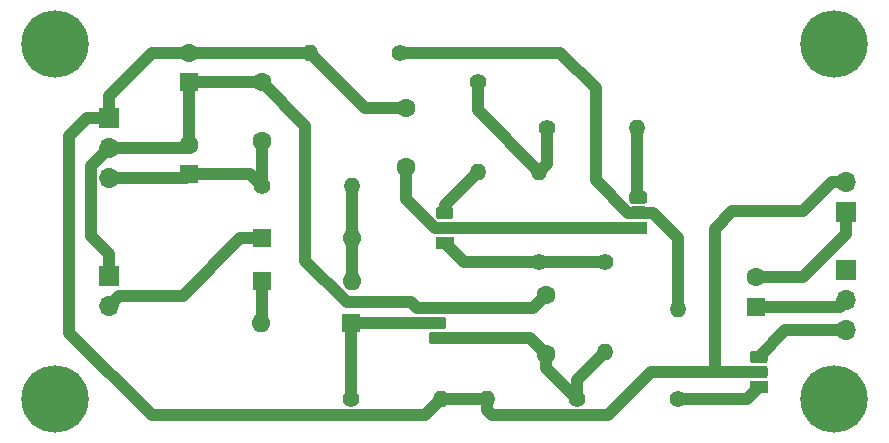
<source format=gbr>
G04 #@! TF.GenerationSoftware,KiCad,Pcbnew,(5.0.0)*
G04 #@! TF.CreationDate,2019-11-29T15:53:21+00:00*
G04 #@! TF.ProjectId,Sound Board,536F756E6420426F6172642E6B696361,rev?*
G04 #@! TF.SameCoordinates,Original*
G04 #@! TF.FileFunction,Copper,L2,Bot,Signal*
G04 #@! TF.FilePolarity,Positive*
%FSLAX46Y46*%
G04 Gerber Fmt 4.6, Leading zero omitted, Abs format (unit mm)*
G04 Created by KiCad (PCBNEW (5.0.0)) date 11/29/19 15:53:21*
%MOMM*%
%LPD*%
G01*
G04 APERTURE LIST*
G04 #@! TA.AperFunction,ComponentPad*
%ADD10C,5.700000*%
G04 #@! TD*
G04 #@! TA.AperFunction,ComponentPad*
%ADD11O,1.600000X1.600000*%
G04 #@! TD*
G04 #@! TA.AperFunction,ComponentPad*
%ADD12R,1.600000X1.600000*%
G04 #@! TD*
G04 #@! TA.AperFunction,ComponentPad*
%ADD13O,1.700000X1.700000*%
G04 #@! TD*
G04 #@! TA.AperFunction,ComponentPad*
%ADD14R,1.700000X1.700000*%
G04 #@! TD*
G04 #@! TA.AperFunction,ComponentPad*
%ADD15C,1.400000*%
G04 #@! TD*
G04 #@! TA.AperFunction,ComponentPad*
%ADD16O,1.400000X1.400000*%
G04 #@! TD*
G04 #@! TA.AperFunction,Conductor*
%ADD17C,0.100000*%
G04 #@! TD*
G04 #@! TA.AperFunction,ComponentPad*
%ADD18C,1.050000*%
G04 #@! TD*
G04 #@! TA.AperFunction,ComponentPad*
%ADD19R,1.500000X1.050000*%
G04 #@! TD*
G04 #@! TA.AperFunction,ComponentPad*
%ADD20C,1.600000*%
G04 #@! TD*
G04 #@! TA.AperFunction,Conductor*
%ADD21C,1.000000*%
G04 #@! TD*
G04 APERTURE END LIST*
D10*
G04 #@! TO.P,H1,1*
G04 #@! TO.N,N/C*
X165000000Y-85000000D03*
G04 #@! TD*
G04 #@! TO.P,H2,1*
G04 #@! TO.N,N/C*
X99000000Y-85000000D03*
G04 #@! TD*
G04 #@! TO.P,H3,1*
G04 #@! TO.N,N/C*
X99000000Y-115000000D03*
G04 #@! TD*
G04 #@! TO.P,H4,1*
G04 #@! TO.N,N/C*
X165000000Y-115000000D03*
G04 #@! TD*
D11*
G04 #@! TO.P,D1,2*
G04 #@! TO.N,Net-(D1-Pad2)*
X124120000Y-101400000D03*
D12*
G04 #@! TO.P,D1,1*
G04 #@! TO.N,AudioIn*
X116500000Y-101400000D03*
G04 #@! TD*
G04 #@! TO.P,D2,1*
G04 #@! TO.N,Net-(D2-Pad1)*
X116500000Y-105000000D03*
D11*
G04 #@! TO.P,D2,2*
G04 #@! TO.N,Net-(D1-Pad2)*
X124120000Y-105000000D03*
G04 #@! TD*
G04 #@! TO.P,D3,2*
G04 #@! TO.N,Net-(D2-Pad1)*
X116480000Y-108600000D03*
D12*
G04 #@! TO.P,D3,1*
G04 #@! TO.N,Net-(D3-Pad1)*
X124100000Y-108600000D03*
G04 #@! TD*
D13*
G04 #@! TO.P,J1,2*
G04 #@! TO.N,AudioIn*
X103600000Y-107140000D03*
D14*
G04 #@! TO.P,J1,1*
G04 #@! TO.N,0v*
X103600000Y-104600000D03*
G04 #@! TD*
G04 #@! TO.P,LS1,1*
G04 #@! TO.N,Net-(C3-Pad2)*
X166000000Y-99200000D03*
D13*
G04 #@! TO.P,LS1,2*
G04 #@! TO.N,-6v*
X166000000Y-96660000D03*
G04 #@! TD*
D15*
G04 #@! TO.P,R10,1*
G04 #@! TO.N,+6v*
X116500000Y-97000000D03*
D16*
G04 #@! TO.P,R10,2*
G04 #@! TO.N,Net-(D1-Pad2)*
X124120000Y-97000000D03*
G04 #@! TD*
G04 #@! TO.P,R11,2*
G04 #@! TO.N,-6v*
X131720000Y-115000000D03*
D15*
G04 #@! TO.P,R11,1*
G04 #@! TO.N,Net-(D3-Pad1)*
X124100000Y-115000000D03*
G04 #@! TD*
D16*
G04 #@! TO.P,R12,2*
G04 #@! TO.N,+6v*
X140000000Y-95780000D03*
D15*
G04 #@! TO.P,R12,1*
G04 #@! TO.N,Net-(R12-Pad1)*
X140000000Y-103400000D03*
G04 #@! TD*
G04 #@! TO.P,R13,1*
G04 #@! TO.N,Net-(R12-Pad1)*
X145600000Y-103400000D03*
D16*
G04 #@! TO.P,R13,2*
G04 #@! TO.N,Net-(C1-Pad1)*
X145600000Y-111020000D03*
G04 #@! TD*
G04 #@! TO.P,R14,2*
G04 #@! TO.N,-6v*
X135580000Y-115000000D03*
D15*
G04 #@! TO.P,R14,1*
G04 #@! TO.N,Net-(C1-Pad1)*
X143200000Y-115000000D03*
G04 #@! TD*
G04 #@! TO.P,R15,1*
G04 #@! TO.N,+6v*
X134800000Y-88200000D03*
D16*
G04 #@! TO.P,R15,2*
G04 #@! TO.N,Net-(R15-Pad2)*
X134800000Y-95820000D03*
G04 #@! TD*
D15*
G04 #@! TO.P,R16,1*
G04 #@! TO.N,+6v*
X140700000Y-92100000D03*
D16*
G04 #@! TO.P,R16,2*
G04 #@! TO.N,Net-(R16-Pad2)*
X148320000Y-92100000D03*
G04 #@! TD*
G04 #@! TO.P,R17,2*
G04 #@! TO.N,-6v*
X120580000Y-85700000D03*
D15*
G04 #@! TO.P,R17,1*
G04 #@! TO.N,Net-(R17-Pad1)*
X128200000Y-85700000D03*
G04 #@! TD*
D16*
G04 #@! TO.P,R18,2*
G04 #@! TO.N,Net-(R17-Pad1)*
X151800000Y-107380000D03*
D15*
G04 #@! TO.P,R18,1*
G04 #@! TO.N,Net-(R18-Pad1)*
X151800000Y-115000000D03*
G04 #@! TD*
D17*
G04 #@! TO.N,Net-(D3-Pad1)*
G04 #@! TO.C,VT3*
G36*
X131913229Y-108046264D02*
X131938711Y-108050044D01*
X131963700Y-108056303D01*
X131987954Y-108064982D01*
X132011242Y-108075996D01*
X132033337Y-108089239D01*
X132054028Y-108104585D01*
X132073116Y-108121884D01*
X132090415Y-108140972D01*
X132105761Y-108161663D01*
X132119004Y-108183758D01*
X132130018Y-108207046D01*
X132138697Y-108231300D01*
X132144956Y-108256289D01*
X132148736Y-108281771D01*
X132150000Y-108307500D01*
X132150000Y-108832500D01*
X132148736Y-108858229D01*
X132144956Y-108883711D01*
X132138697Y-108908700D01*
X132130018Y-108932954D01*
X132119004Y-108956242D01*
X132105761Y-108978337D01*
X132090415Y-108999028D01*
X132073116Y-109018116D01*
X132054028Y-109035415D01*
X132033337Y-109050761D01*
X132011242Y-109064004D01*
X131987954Y-109075018D01*
X131963700Y-109083697D01*
X131938711Y-109089956D01*
X131913229Y-109093736D01*
X131887500Y-109095000D01*
X130912500Y-109095000D01*
X130886771Y-109093736D01*
X130861289Y-109089956D01*
X130836300Y-109083697D01*
X130812046Y-109075018D01*
X130788758Y-109064004D01*
X130766663Y-109050761D01*
X130745972Y-109035415D01*
X130726884Y-109018116D01*
X130709585Y-108999028D01*
X130694239Y-108978337D01*
X130680996Y-108956242D01*
X130669982Y-108932954D01*
X130661303Y-108908700D01*
X130655044Y-108883711D01*
X130651264Y-108858229D01*
X130650000Y-108832500D01*
X130650000Y-108307500D01*
X130651264Y-108281771D01*
X130655044Y-108256289D01*
X130661303Y-108231300D01*
X130669982Y-108207046D01*
X130680996Y-108183758D01*
X130694239Y-108161663D01*
X130709585Y-108140972D01*
X130726884Y-108121884D01*
X130745972Y-108104585D01*
X130766663Y-108089239D01*
X130788758Y-108075996D01*
X130812046Y-108064982D01*
X130836300Y-108056303D01*
X130861289Y-108050044D01*
X130886771Y-108046264D01*
X130912500Y-108045000D01*
X131887500Y-108045000D01*
X131913229Y-108046264D01*
X131913229Y-108046264D01*
G37*
D18*
G04 #@! TD*
G04 #@! TO.P,VT3,2*
G04 #@! TO.N,Net-(D3-Pad1)*
X131400000Y-108570000D03*
D17*
G04 #@! TO.N,Net-(C1-Pad1)*
G04 #@! TO.C,VT3*
G36*
X131913229Y-109316264D02*
X131938711Y-109320044D01*
X131963700Y-109326303D01*
X131987954Y-109334982D01*
X132011242Y-109345996D01*
X132033337Y-109359239D01*
X132054028Y-109374585D01*
X132073116Y-109391884D01*
X132090415Y-109410972D01*
X132105761Y-109431663D01*
X132119004Y-109453758D01*
X132130018Y-109477046D01*
X132138697Y-109501300D01*
X132144956Y-109526289D01*
X132148736Y-109551771D01*
X132150000Y-109577500D01*
X132150000Y-110102500D01*
X132148736Y-110128229D01*
X132144956Y-110153711D01*
X132138697Y-110178700D01*
X132130018Y-110202954D01*
X132119004Y-110226242D01*
X132105761Y-110248337D01*
X132090415Y-110269028D01*
X132073116Y-110288116D01*
X132054028Y-110305415D01*
X132033337Y-110320761D01*
X132011242Y-110334004D01*
X131987954Y-110345018D01*
X131963700Y-110353697D01*
X131938711Y-110359956D01*
X131913229Y-110363736D01*
X131887500Y-110365000D01*
X130912500Y-110365000D01*
X130886771Y-110363736D01*
X130861289Y-110359956D01*
X130836300Y-110353697D01*
X130812046Y-110345018D01*
X130788758Y-110334004D01*
X130766663Y-110320761D01*
X130745972Y-110305415D01*
X130726884Y-110288116D01*
X130709585Y-110269028D01*
X130694239Y-110248337D01*
X130680996Y-110226242D01*
X130669982Y-110202954D01*
X130661303Y-110178700D01*
X130655044Y-110153711D01*
X130651264Y-110128229D01*
X130650000Y-110102500D01*
X130650000Y-109577500D01*
X130651264Y-109551771D01*
X130655044Y-109526289D01*
X130661303Y-109501300D01*
X130669982Y-109477046D01*
X130680996Y-109453758D01*
X130694239Y-109431663D01*
X130709585Y-109410972D01*
X130726884Y-109391884D01*
X130745972Y-109374585D01*
X130766663Y-109359239D01*
X130788758Y-109345996D01*
X130812046Y-109334982D01*
X130836300Y-109326303D01*
X130861289Y-109320044D01*
X130886771Y-109316264D01*
X130912500Y-109315000D01*
X131887500Y-109315000D01*
X131913229Y-109316264D01*
X131913229Y-109316264D01*
G37*
D18*
G04 #@! TD*
G04 #@! TO.P,VT3,3*
G04 #@! TO.N,Net-(C1-Pad1)*
X131400000Y-109840000D03*
D19*
G04 #@! TO.P,VT3,1*
G04 #@! TO.N,0v*
X131400000Y-107300000D03*
G04 #@! TD*
D17*
G04 #@! TO.N,Net-(C2-Pad1)*
G04 #@! TO.C,VT4*
G36*
X132513229Y-100006264D02*
X132538711Y-100010044D01*
X132563700Y-100016303D01*
X132587954Y-100024982D01*
X132611242Y-100035996D01*
X132633337Y-100049239D01*
X132654028Y-100064585D01*
X132673116Y-100081884D01*
X132690415Y-100100972D01*
X132705761Y-100121663D01*
X132719004Y-100143758D01*
X132730018Y-100167046D01*
X132738697Y-100191300D01*
X132744956Y-100216289D01*
X132748736Y-100241771D01*
X132750000Y-100267500D01*
X132750000Y-100792500D01*
X132748736Y-100818229D01*
X132744956Y-100843711D01*
X132738697Y-100868700D01*
X132730018Y-100892954D01*
X132719004Y-100916242D01*
X132705761Y-100938337D01*
X132690415Y-100959028D01*
X132673116Y-100978116D01*
X132654028Y-100995415D01*
X132633337Y-101010761D01*
X132611242Y-101024004D01*
X132587954Y-101035018D01*
X132563700Y-101043697D01*
X132538711Y-101049956D01*
X132513229Y-101053736D01*
X132487500Y-101055000D01*
X131512500Y-101055000D01*
X131486771Y-101053736D01*
X131461289Y-101049956D01*
X131436300Y-101043697D01*
X131412046Y-101035018D01*
X131388758Y-101024004D01*
X131366663Y-101010761D01*
X131345972Y-100995415D01*
X131326884Y-100978116D01*
X131309585Y-100959028D01*
X131294239Y-100938337D01*
X131280996Y-100916242D01*
X131269982Y-100892954D01*
X131261303Y-100868700D01*
X131255044Y-100843711D01*
X131251264Y-100818229D01*
X131250000Y-100792500D01*
X131250000Y-100267500D01*
X131251264Y-100241771D01*
X131255044Y-100216289D01*
X131261303Y-100191300D01*
X131269982Y-100167046D01*
X131280996Y-100143758D01*
X131294239Y-100121663D01*
X131309585Y-100100972D01*
X131326884Y-100081884D01*
X131345972Y-100064585D01*
X131366663Y-100049239D01*
X131388758Y-100035996D01*
X131412046Y-100024982D01*
X131436300Y-100016303D01*
X131461289Y-100010044D01*
X131486771Y-100006264D01*
X131512500Y-100005000D01*
X132487500Y-100005000D01*
X132513229Y-100006264D01*
X132513229Y-100006264D01*
G37*
D18*
G04 #@! TD*
G04 #@! TO.P,VT4,2*
G04 #@! TO.N,Net-(C2-Pad1)*
X132000000Y-100530000D03*
D17*
G04 #@! TO.N,Net-(R15-Pad2)*
G04 #@! TO.C,VT4*
G36*
X132513229Y-98736264D02*
X132538711Y-98740044D01*
X132563700Y-98746303D01*
X132587954Y-98754982D01*
X132611242Y-98765996D01*
X132633337Y-98779239D01*
X132654028Y-98794585D01*
X132673116Y-98811884D01*
X132690415Y-98830972D01*
X132705761Y-98851663D01*
X132719004Y-98873758D01*
X132730018Y-98897046D01*
X132738697Y-98921300D01*
X132744956Y-98946289D01*
X132748736Y-98971771D01*
X132750000Y-98997500D01*
X132750000Y-99522500D01*
X132748736Y-99548229D01*
X132744956Y-99573711D01*
X132738697Y-99598700D01*
X132730018Y-99622954D01*
X132719004Y-99646242D01*
X132705761Y-99668337D01*
X132690415Y-99689028D01*
X132673116Y-99708116D01*
X132654028Y-99725415D01*
X132633337Y-99740761D01*
X132611242Y-99754004D01*
X132587954Y-99765018D01*
X132563700Y-99773697D01*
X132538711Y-99779956D01*
X132513229Y-99783736D01*
X132487500Y-99785000D01*
X131512500Y-99785000D01*
X131486771Y-99783736D01*
X131461289Y-99779956D01*
X131436300Y-99773697D01*
X131412046Y-99765018D01*
X131388758Y-99754004D01*
X131366663Y-99740761D01*
X131345972Y-99725415D01*
X131326884Y-99708116D01*
X131309585Y-99689028D01*
X131294239Y-99668337D01*
X131280996Y-99646242D01*
X131269982Y-99622954D01*
X131261303Y-99598700D01*
X131255044Y-99573711D01*
X131251264Y-99548229D01*
X131250000Y-99522500D01*
X131250000Y-98997500D01*
X131251264Y-98971771D01*
X131255044Y-98946289D01*
X131261303Y-98921300D01*
X131269982Y-98897046D01*
X131280996Y-98873758D01*
X131294239Y-98851663D01*
X131309585Y-98830972D01*
X131326884Y-98811884D01*
X131345972Y-98794585D01*
X131366663Y-98779239D01*
X131388758Y-98765996D01*
X131412046Y-98754982D01*
X131436300Y-98746303D01*
X131461289Y-98740044D01*
X131486771Y-98736264D01*
X131512500Y-98735000D01*
X132487500Y-98735000D01*
X132513229Y-98736264D01*
X132513229Y-98736264D01*
G37*
D18*
G04 #@! TD*
G04 #@! TO.P,VT4,3*
G04 #@! TO.N,Net-(R15-Pad2)*
X132000000Y-99260000D03*
D19*
G04 #@! TO.P,VT4,1*
G04 #@! TO.N,Net-(R12-Pad1)*
X132000000Y-101800000D03*
G04 #@! TD*
G04 #@! TO.P,VT5,1*
G04 #@! TO.N,Net-(C2-Pad1)*
X148400000Y-100500000D03*
D17*
G04 #@! TD*
G04 #@! TO.N,Net-(R16-Pad2)*
G04 #@! TO.C,VT5*
G36*
X148913229Y-97436264D02*
X148938711Y-97440044D01*
X148963700Y-97446303D01*
X148987954Y-97454982D01*
X149011242Y-97465996D01*
X149033337Y-97479239D01*
X149054028Y-97494585D01*
X149073116Y-97511884D01*
X149090415Y-97530972D01*
X149105761Y-97551663D01*
X149119004Y-97573758D01*
X149130018Y-97597046D01*
X149138697Y-97621300D01*
X149144956Y-97646289D01*
X149148736Y-97671771D01*
X149150000Y-97697500D01*
X149150000Y-98222500D01*
X149148736Y-98248229D01*
X149144956Y-98273711D01*
X149138697Y-98298700D01*
X149130018Y-98322954D01*
X149119004Y-98346242D01*
X149105761Y-98368337D01*
X149090415Y-98389028D01*
X149073116Y-98408116D01*
X149054028Y-98425415D01*
X149033337Y-98440761D01*
X149011242Y-98454004D01*
X148987954Y-98465018D01*
X148963700Y-98473697D01*
X148938711Y-98479956D01*
X148913229Y-98483736D01*
X148887500Y-98485000D01*
X147912500Y-98485000D01*
X147886771Y-98483736D01*
X147861289Y-98479956D01*
X147836300Y-98473697D01*
X147812046Y-98465018D01*
X147788758Y-98454004D01*
X147766663Y-98440761D01*
X147745972Y-98425415D01*
X147726884Y-98408116D01*
X147709585Y-98389028D01*
X147694239Y-98368337D01*
X147680996Y-98346242D01*
X147669982Y-98322954D01*
X147661303Y-98298700D01*
X147655044Y-98273711D01*
X147651264Y-98248229D01*
X147650000Y-98222500D01*
X147650000Y-97697500D01*
X147651264Y-97671771D01*
X147655044Y-97646289D01*
X147661303Y-97621300D01*
X147669982Y-97597046D01*
X147680996Y-97573758D01*
X147694239Y-97551663D01*
X147709585Y-97530972D01*
X147726884Y-97511884D01*
X147745972Y-97494585D01*
X147766663Y-97479239D01*
X147788758Y-97465996D01*
X147812046Y-97454982D01*
X147836300Y-97446303D01*
X147861289Y-97440044D01*
X147886771Y-97436264D01*
X147912500Y-97435000D01*
X148887500Y-97435000D01*
X148913229Y-97436264D01*
X148913229Y-97436264D01*
G37*
D18*
G04 #@! TO.P,VT5,3*
G04 #@! TO.N,Net-(R16-Pad2)*
X148400000Y-97960000D03*
D17*
G04 #@! TD*
G04 #@! TO.N,Net-(R17-Pad1)*
G04 #@! TO.C,VT5*
G36*
X148913229Y-98706264D02*
X148938711Y-98710044D01*
X148963700Y-98716303D01*
X148987954Y-98724982D01*
X149011242Y-98735996D01*
X149033337Y-98749239D01*
X149054028Y-98764585D01*
X149073116Y-98781884D01*
X149090415Y-98800972D01*
X149105761Y-98821663D01*
X149119004Y-98843758D01*
X149130018Y-98867046D01*
X149138697Y-98891300D01*
X149144956Y-98916289D01*
X149148736Y-98941771D01*
X149150000Y-98967500D01*
X149150000Y-99492500D01*
X149148736Y-99518229D01*
X149144956Y-99543711D01*
X149138697Y-99568700D01*
X149130018Y-99592954D01*
X149119004Y-99616242D01*
X149105761Y-99638337D01*
X149090415Y-99659028D01*
X149073116Y-99678116D01*
X149054028Y-99695415D01*
X149033337Y-99710761D01*
X149011242Y-99724004D01*
X148987954Y-99735018D01*
X148963700Y-99743697D01*
X148938711Y-99749956D01*
X148913229Y-99753736D01*
X148887500Y-99755000D01*
X147912500Y-99755000D01*
X147886771Y-99753736D01*
X147861289Y-99749956D01*
X147836300Y-99743697D01*
X147812046Y-99735018D01*
X147788758Y-99724004D01*
X147766663Y-99710761D01*
X147745972Y-99695415D01*
X147726884Y-99678116D01*
X147709585Y-99659028D01*
X147694239Y-99638337D01*
X147680996Y-99616242D01*
X147669982Y-99592954D01*
X147661303Y-99568700D01*
X147655044Y-99543711D01*
X147651264Y-99518229D01*
X147650000Y-99492500D01*
X147650000Y-98967500D01*
X147651264Y-98941771D01*
X147655044Y-98916289D01*
X147661303Y-98891300D01*
X147669982Y-98867046D01*
X147680996Y-98843758D01*
X147694239Y-98821663D01*
X147709585Y-98800972D01*
X147726884Y-98781884D01*
X147745972Y-98764585D01*
X147766663Y-98749239D01*
X147788758Y-98735996D01*
X147812046Y-98724982D01*
X147836300Y-98716303D01*
X147861289Y-98710044D01*
X147886771Y-98706264D01*
X147912500Y-98705000D01*
X148887500Y-98705000D01*
X148913229Y-98706264D01*
X148913229Y-98706264D01*
G37*
D18*
G04 #@! TO.P,VT5,2*
G04 #@! TO.N,Net-(R17-Pad1)*
X148400000Y-99230000D03*
G04 #@! TD*
D19*
G04 #@! TO.P,VT6,1*
G04 #@! TO.N,Net-(R18-Pad1)*
X158600000Y-114000000D03*
D17*
G04 #@! TD*
G04 #@! TO.N,Net-(RV1-Pad3)*
G04 #@! TO.C,VT6*
G36*
X159113229Y-110936264D02*
X159138711Y-110940044D01*
X159163700Y-110946303D01*
X159187954Y-110954982D01*
X159211242Y-110965996D01*
X159233337Y-110979239D01*
X159254028Y-110994585D01*
X159273116Y-111011884D01*
X159290415Y-111030972D01*
X159305761Y-111051663D01*
X159319004Y-111073758D01*
X159330018Y-111097046D01*
X159338697Y-111121300D01*
X159344956Y-111146289D01*
X159348736Y-111171771D01*
X159350000Y-111197500D01*
X159350000Y-111722500D01*
X159348736Y-111748229D01*
X159344956Y-111773711D01*
X159338697Y-111798700D01*
X159330018Y-111822954D01*
X159319004Y-111846242D01*
X159305761Y-111868337D01*
X159290415Y-111889028D01*
X159273116Y-111908116D01*
X159254028Y-111925415D01*
X159233337Y-111940761D01*
X159211242Y-111954004D01*
X159187954Y-111965018D01*
X159163700Y-111973697D01*
X159138711Y-111979956D01*
X159113229Y-111983736D01*
X159087500Y-111985000D01*
X158112500Y-111985000D01*
X158086771Y-111983736D01*
X158061289Y-111979956D01*
X158036300Y-111973697D01*
X158012046Y-111965018D01*
X157988758Y-111954004D01*
X157966663Y-111940761D01*
X157945972Y-111925415D01*
X157926884Y-111908116D01*
X157909585Y-111889028D01*
X157894239Y-111868337D01*
X157880996Y-111846242D01*
X157869982Y-111822954D01*
X157861303Y-111798700D01*
X157855044Y-111773711D01*
X157851264Y-111748229D01*
X157850000Y-111722500D01*
X157850000Y-111197500D01*
X157851264Y-111171771D01*
X157855044Y-111146289D01*
X157861303Y-111121300D01*
X157869982Y-111097046D01*
X157880996Y-111073758D01*
X157894239Y-111051663D01*
X157909585Y-111030972D01*
X157926884Y-111011884D01*
X157945972Y-110994585D01*
X157966663Y-110979239D01*
X157988758Y-110965996D01*
X158012046Y-110954982D01*
X158036300Y-110946303D01*
X158061289Y-110940044D01*
X158086771Y-110936264D01*
X158112500Y-110935000D01*
X159087500Y-110935000D01*
X159113229Y-110936264D01*
X159113229Y-110936264D01*
G37*
D18*
G04 #@! TO.P,VT6,3*
G04 #@! TO.N,Net-(RV1-Pad3)*
X158600000Y-111460000D03*
D17*
G04 #@! TD*
G04 #@! TO.N,-6v*
G04 #@! TO.C,VT6*
G36*
X159113229Y-112206264D02*
X159138711Y-112210044D01*
X159163700Y-112216303D01*
X159187954Y-112224982D01*
X159211242Y-112235996D01*
X159233337Y-112249239D01*
X159254028Y-112264585D01*
X159273116Y-112281884D01*
X159290415Y-112300972D01*
X159305761Y-112321663D01*
X159319004Y-112343758D01*
X159330018Y-112367046D01*
X159338697Y-112391300D01*
X159344956Y-112416289D01*
X159348736Y-112441771D01*
X159350000Y-112467500D01*
X159350000Y-112992500D01*
X159348736Y-113018229D01*
X159344956Y-113043711D01*
X159338697Y-113068700D01*
X159330018Y-113092954D01*
X159319004Y-113116242D01*
X159305761Y-113138337D01*
X159290415Y-113159028D01*
X159273116Y-113178116D01*
X159254028Y-113195415D01*
X159233337Y-113210761D01*
X159211242Y-113224004D01*
X159187954Y-113235018D01*
X159163700Y-113243697D01*
X159138711Y-113249956D01*
X159113229Y-113253736D01*
X159087500Y-113255000D01*
X158112500Y-113255000D01*
X158086771Y-113253736D01*
X158061289Y-113249956D01*
X158036300Y-113243697D01*
X158012046Y-113235018D01*
X157988758Y-113224004D01*
X157966663Y-113210761D01*
X157945972Y-113195415D01*
X157926884Y-113178116D01*
X157909585Y-113159028D01*
X157894239Y-113138337D01*
X157880996Y-113116242D01*
X157869982Y-113092954D01*
X157861303Y-113068700D01*
X157855044Y-113043711D01*
X157851264Y-113018229D01*
X157850000Y-112992500D01*
X157850000Y-112467500D01*
X157851264Y-112441771D01*
X157855044Y-112416289D01*
X157861303Y-112391300D01*
X157869982Y-112367046D01*
X157880996Y-112343758D01*
X157894239Y-112321663D01*
X157909585Y-112300972D01*
X157926884Y-112281884D01*
X157945972Y-112264585D01*
X157966663Y-112249239D01*
X157988758Y-112235996D01*
X158012046Y-112224982D01*
X158036300Y-112216303D01*
X158061289Y-112210044D01*
X158086771Y-112206264D01*
X158112500Y-112205000D01*
X159087500Y-112205000D01*
X159113229Y-112206264D01*
X159113229Y-112206264D01*
G37*
D18*
G04 #@! TO.P,VT6,2*
G04 #@! TO.N,-6v*
X158600000Y-112730000D03*
G04 #@! TD*
D20*
G04 #@! TO.P,C1,1*
G04 #@! TO.N,Net-(C1-Pad1)*
X140600000Y-111200000D03*
G04 #@! TO.P,C1,2*
G04 #@! TO.N,0v*
X140600000Y-106200000D03*
G04 #@! TD*
G04 #@! TO.P,C2,2*
G04 #@! TO.N,-6v*
X128700000Y-90400000D03*
G04 #@! TO.P,C2,1*
G04 #@! TO.N,Net-(C2-Pad1)*
X128700000Y-95400000D03*
G04 #@! TD*
D12*
G04 #@! TO.P,C3,1*
G04 #@! TO.N,Net-(C3-Pad1)*
X158400000Y-107200000D03*
D20*
G04 #@! TO.P,C3,2*
G04 #@! TO.N,Net-(C3-Pad2)*
X158400000Y-104700000D03*
G04 #@! TD*
G04 #@! TO.P,C4,1*
G04 #@! TO.N,+6v*
X116500000Y-93200000D03*
G04 #@! TO.P,C4,2*
G04 #@! TO.N,0v*
X116500000Y-88200000D03*
G04 #@! TD*
D13*
G04 #@! TO.P,J2,3*
G04 #@! TO.N,+6v*
X103600000Y-96280000D03*
G04 #@! TO.P,J2,2*
G04 #@! TO.N,0v*
X103600000Y-93740000D03*
D14*
G04 #@! TO.P,J2,1*
G04 #@! TO.N,-6v*
X103600000Y-91200000D03*
G04 #@! TD*
G04 #@! TO.P,RV1,1*
G04 #@! TO.N,+6v*
X166000000Y-104100000D03*
D13*
G04 #@! TO.P,RV1,2*
G04 #@! TO.N,Net-(C3-Pad1)*
X166000000Y-106640000D03*
G04 #@! TO.P,RV1,3*
G04 #@! TO.N,Net-(RV1-Pad3)*
X166000000Y-109180000D03*
G04 #@! TD*
D20*
G04 #@! TO.P,C6,2*
G04 #@! TO.N,0v*
X110400000Y-93500000D03*
D12*
G04 #@! TO.P,C6,1*
G04 #@! TO.N,+6v*
X110400000Y-96000000D03*
G04 #@! TD*
G04 #@! TO.P,C7,1*
G04 #@! TO.N,0v*
X110400000Y-88200000D03*
D20*
G04 #@! TO.P,C7,2*
G04 #@! TO.N,-6v*
X110400000Y-85700000D03*
G04 #@! TD*
D21*
G04 #@! TO.N,Net-(C1-Pad1)*
X139240000Y-109840000D02*
X140600000Y-111200000D01*
X131400000Y-109840000D02*
X139240000Y-109840000D01*
X140600000Y-112400000D02*
X143200000Y-115000000D01*
X140600000Y-111200000D02*
X140600000Y-112400000D01*
X143200000Y-113420000D02*
X145600000Y-111020000D01*
X143200000Y-115000000D02*
X143200000Y-113420000D01*
G04 #@! TO.N,0v*
X110160000Y-93740000D02*
X110400000Y-93500000D01*
X103600000Y-93740000D02*
X110160000Y-93740000D01*
X110400000Y-88200000D02*
X110400000Y-93500000D01*
X110400000Y-88200000D02*
X116500000Y-88200000D01*
X129650000Y-107300000D02*
X131400000Y-107300000D01*
X129150000Y-106800000D02*
X129650000Y-107300000D01*
X123699998Y-106800000D02*
X129150000Y-106800000D01*
X120200000Y-103300002D02*
X123699998Y-106800000D01*
X116500000Y-88200000D02*
X120200000Y-91900000D01*
X120200000Y-91900000D02*
X120200000Y-103300002D01*
X103600000Y-93740000D02*
X102049999Y-95290001D01*
X102049999Y-95290001D02*
X102049999Y-101199999D01*
X103600000Y-102750000D02*
X103600000Y-104600000D01*
X102049999Y-101199999D02*
X103600000Y-102750000D01*
X139500000Y-107300000D02*
X140600000Y-106200000D01*
X131400000Y-107300000D02*
X139500000Y-107300000D01*
G04 #@! TO.N,-6v*
X107250000Y-85700000D02*
X110400000Y-85700000D01*
X103600000Y-89350000D02*
X107250000Y-85700000D01*
X103600000Y-91200000D02*
X103600000Y-89350000D01*
X110400000Y-85700000D02*
X120580000Y-85700000D01*
X131720000Y-115000000D02*
X135580000Y-115000000D01*
X125280000Y-90400000D02*
X120580000Y-85700000D01*
X128700000Y-90400000D02*
X125280000Y-90400000D01*
X154900000Y-112730000D02*
X158600000Y-112730000D01*
X145799999Y-116400001D02*
X149470000Y-112730000D01*
X135990052Y-116400001D02*
X145799999Y-116400001D01*
X135580000Y-115000000D02*
X135580000Y-115989949D01*
X135580000Y-115989949D02*
X135990052Y-116400001D01*
X149470000Y-112730000D02*
X154900000Y-112730000D01*
X154900000Y-100600000D02*
X154900000Y-112730000D01*
X156360000Y-99140000D02*
X154900000Y-100600000D01*
X162317919Y-99140000D02*
X156360000Y-99140000D01*
X164797919Y-96660000D02*
X162317919Y-99140000D01*
X166000000Y-96660000D02*
X164797919Y-96660000D01*
X131020001Y-115699999D02*
X131720000Y-115000000D01*
X101750000Y-91200000D02*
X100200000Y-92750000D01*
X103600000Y-91200000D02*
X101750000Y-91200000D01*
X100200000Y-92750000D02*
X100200000Y-109400000D01*
X100200000Y-109400000D02*
X107200001Y-116400001D01*
X107200001Y-116400001D02*
X130319999Y-116400001D01*
X130319999Y-116400001D02*
X131020001Y-115699999D01*
G04 #@! TO.N,Net-(C2-Pad1)*
X128700000Y-98080000D02*
X128700000Y-95400000D01*
X131150000Y-100530000D02*
X128700000Y-98080000D01*
X132000000Y-100530000D02*
X131150000Y-100530000D01*
X148370000Y-100530000D02*
X148400000Y-100500000D01*
X132000000Y-100530000D02*
X148370000Y-100530000D01*
G04 #@! TO.N,Net-(C3-Pad2)*
X166000000Y-101050000D02*
X166000000Y-99200000D01*
X162350000Y-104700000D02*
X166000000Y-101050000D01*
X158400000Y-104700000D02*
X162350000Y-104700000D01*
G04 #@! TO.N,Net-(C3-Pad1)*
X165440000Y-107200000D02*
X166000000Y-106640000D01*
X158400000Y-107200000D02*
X165440000Y-107200000D01*
G04 #@! TO.N,+6v*
X110120000Y-96280000D02*
X110400000Y-96000000D01*
X103600000Y-96280000D02*
X110120000Y-96280000D01*
X115500000Y-96000000D02*
X116500000Y-97000000D01*
X110400000Y-96000000D02*
X115500000Y-96000000D01*
X116500000Y-97000000D02*
X116500000Y-93200000D01*
X134800000Y-90580000D02*
X140000000Y-95780000D01*
X134800000Y-88200000D02*
X134800000Y-90580000D01*
X140700000Y-95080000D02*
X140000000Y-95780000D01*
X140700000Y-92100000D02*
X140700000Y-95080000D01*
G04 #@! TO.N,Net-(D1-Pad2)*
X124120000Y-101400000D02*
X124120000Y-105000000D01*
X124120000Y-97000000D02*
X124120000Y-101400000D01*
G04 #@! TO.N,AudioIn*
X114700000Y-101400000D02*
X116500000Y-101400000D01*
X109809999Y-106290001D02*
X114700000Y-101400000D01*
X104449999Y-106290001D02*
X109809999Y-106290001D01*
X103600000Y-107140000D02*
X104449999Y-106290001D01*
G04 #@! TO.N,Net-(D2-Pad1)*
X116500000Y-108580000D02*
X116480000Y-108600000D01*
X116500000Y-105000000D02*
X116500000Y-108580000D01*
G04 #@! TO.N,Net-(D3-Pad1)*
X124100000Y-108600000D02*
X124100000Y-115000000D01*
X131370000Y-108600000D02*
X131400000Y-108570000D01*
X124100000Y-108600000D02*
X131370000Y-108600000D01*
G04 #@! TO.N,Net-(R12-Pad1)*
X145600000Y-103400000D02*
X140000000Y-103400000D01*
X133600000Y-103400000D02*
X132000000Y-101800000D01*
X140000000Y-103400000D02*
X133600000Y-103400000D01*
G04 #@! TO.N,Net-(R15-Pad2)*
X132000000Y-98620000D02*
X134800000Y-95820000D01*
X132000000Y-99260000D02*
X132000000Y-98620000D01*
G04 #@! TO.N,Net-(R16-Pad2)*
X148320000Y-97880000D02*
X148400000Y-97960000D01*
X148320000Y-92100000D02*
X148320000Y-97880000D01*
G04 #@! TO.N,Net-(R17-Pad1)*
X151800000Y-101364998D02*
X151800000Y-107380000D01*
X149665002Y-99230000D02*
X151800000Y-101364998D01*
X148400000Y-99230000D02*
X149665002Y-99230000D01*
X147550000Y-99230000D02*
X148400000Y-99230000D01*
X144800000Y-96480000D02*
X147550000Y-99230000D01*
X144800000Y-88700000D02*
X144800000Y-96480000D01*
X128200000Y-85700000D02*
X141800000Y-85700000D01*
X141800000Y-85700000D02*
X144800000Y-88700000D01*
G04 #@! TO.N,Net-(R18-Pad1)*
X157600000Y-115000000D02*
X158600000Y-114000000D01*
X151800000Y-115000000D02*
X157600000Y-115000000D01*
G04 #@! TO.N,Net-(RV1-Pad3)*
X165980000Y-109200000D02*
X166000000Y-109180000D01*
X158600000Y-111460000D02*
X160860000Y-109200000D01*
X160860000Y-109200000D02*
X165980000Y-109200000D01*
G04 #@! TD*
M02*

</source>
